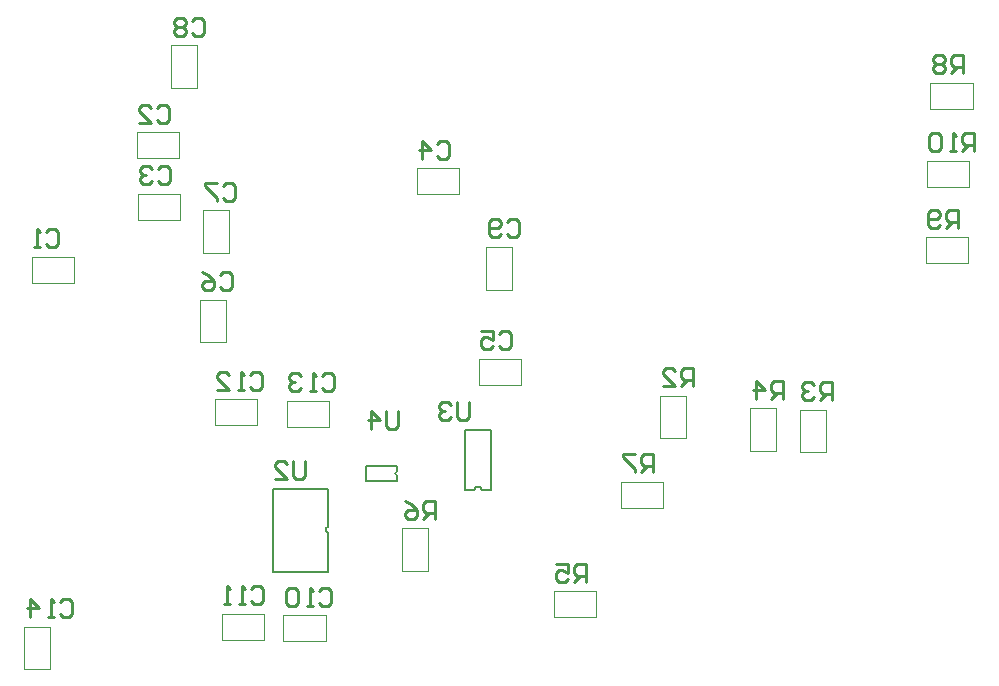
<source format=gbr>
%TF.GenerationSoftware,Altium Limited,Altium Designer,20.1.12 (249)*%
G04 Layer_Color=32896*
%FSLAX26Y26*%
%MOIN*%
%TF.SameCoordinates,7F4B2EE0-29BC-4F04-AEBD-3A4CCF5859FD*%
%TF.FilePolarity,Positive*%
%TF.FileFunction,Legend,Bot*%
%TF.Part,Single*%
G01*
G75*
%TA.AperFunction,NonConductor*%
%ADD38C,0.007874*%
%ADD39C,0.003937*%
%ADD40C,0.010000*%
D38*
X4473386Y3468012D02*
G03*
X4473386Y3455216I0J-6398D01*
G01*
X4245000Y3282716D02*
G03*
X4245000Y3264016I0J-9350D01*
G01*
X4756201Y3405000D02*
G03*
X4731201Y3405000I-12500J0D01*
G01*
X4371024Y3436417D02*
X4473386D01*
X4371024D02*
Y3486811D01*
X4473386D01*
Y3468012D02*
Y3486811D01*
Y3436417D02*
Y3455216D01*
X4060630Y3134016D02*
X4244370D01*
X4060630D02*
Y3408386D01*
X4245000D01*
Y3282716D02*
Y3408386D01*
X4244370Y3134016D02*
Y3264016D01*
X4700787Y3405000D02*
Y3605000D01*
X4786614D01*
Y3405000D02*
Y3605000D01*
X4756201Y3405000D02*
X4786614D01*
X4700787D02*
X4731201D01*
D39*
X5816693Y3673465D02*
X5903307D01*
Y3531732D02*
Y3673465D01*
X5816693Y3531732D02*
Y3673465D01*
Y3531732D02*
X5903307D01*
X5651693Y3536732D02*
X5738307D01*
X5651693D02*
Y3678465D01*
X5738307Y3536732D02*
Y3678465D01*
X5651693D02*
X5738307D01*
X3866732Y3621693D02*
Y3708307D01*
X4008465D01*
X3866732Y3621693D02*
X4008465D01*
Y3708307D01*
X3606535Y4511693D02*
Y4598307D01*
X3748268D01*
X3606535Y4511693D02*
X3748268D01*
Y4598307D01*
X4491693Y3136732D02*
X4578307D01*
X4491693D02*
Y3278465D01*
X4578307Y3136732D02*
Y3278465D01*
X4491693D02*
X4578307D01*
X4539134Y4391693D02*
Y4478307D01*
X4680866D01*
X4539134Y4391693D02*
X4680866D01*
Y4478307D01*
X5351693Y3720866D02*
X5438307D01*
Y3579134D02*
Y3720866D01*
X5351693Y3579134D02*
Y3720866D01*
Y3579134D02*
X5438307D01*
X3609134Y4306693D02*
Y4393307D01*
X3750866D01*
X3609134Y4306693D02*
X3750866D01*
Y4393307D01*
X6239134Y4416693D02*
Y4503307D01*
X6380866D01*
X6239134Y4416693D02*
X6380866D01*
Y4503307D01*
X4094134Y2901693D02*
Y2988307D01*
X4235866D01*
X4094134Y2901693D02*
X4235866D01*
Y2988307D01*
X3889134Y2906693D02*
Y2993307D01*
X4030866D01*
X3889134Y2906693D02*
X4030866D01*
Y2993307D01*
X4106535Y3616693D02*
Y3703307D01*
X4248268D01*
X4106535Y3616693D02*
X4248268D01*
Y3703307D01*
X3231693Y2809134D02*
X3318307D01*
X3231693D02*
Y2950866D01*
X3318307Y2809134D02*
Y2950866D01*
X3231693D02*
X3318307D01*
X3721693Y4888465D02*
X3808307D01*
Y4746732D02*
Y4888465D01*
X3721693Y4746732D02*
Y4888465D01*
Y4746732D02*
X3808307D01*
X6393465Y4676693D02*
Y4763307D01*
X6251732Y4676693D02*
X6393465D01*
X6251732Y4763307D02*
X6393465D01*
X6251732Y4676693D02*
Y4763307D01*
X3816693Y4040866D02*
X3903307D01*
Y3899134D02*
Y4040866D01*
X3816693Y3899134D02*
Y4040866D01*
Y3899134D02*
X3903307D01*
X4771693Y4215866D02*
X4858307D01*
Y4074134D02*
Y4215866D01*
X4771693Y4074134D02*
Y4215866D01*
Y4074134D02*
X4858307D01*
X5219134Y3346693D02*
Y3433307D01*
X5360866D01*
X5219134Y3346693D02*
X5360866D01*
Y3433307D01*
X6236535Y4161693D02*
Y4248307D01*
X6378268D01*
X6236535Y4161693D02*
X6378268D01*
Y4248307D01*
X3826693Y4196535D02*
X3913307D01*
X3826693D02*
Y4338268D01*
X3913307Y4196535D02*
Y4338268D01*
X3826693D02*
X3913307D01*
X4746535Y3756693D02*
Y3843307D01*
X4888268D01*
X4746535Y3756693D02*
X4888268D01*
Y3843307D01*
X4996535Y2981693D02*
Y3068307D01*
X5138268D01*
X4996535Y2981693D02*
X5138268D01*
Y3068307D01*
X3398268Y4096693D02*
Y4183307D01*
X3256535Y4096693D02*
X3398268D01*
X3256535Y4183307D02*
X3398268D01*
X3256535Y4096693D02*
Y4183307D01*
D40*
X4477000Y3670981D02*
Y3620997D01*
X4467003Y3611000D01*
X4447010D01*
X4437013Y3620997D01*
Y3670981D01*
X4387029Y3611000D02*
Y3670981D01*
X4417020Y3640990D01*
X4377033D01*
X4713000Y3698981D02*
Y3648997D01*
X4703003Y3639000D01*
X4683010D01*
X4673013Y3648997D01*
Y3698981D01*
X4653019Y3688984D02*
X4643023Y3698981D01*
X4623029D01*
X4613032Y3688984D01*
Y3678987D01*
X4623029Y3668990D01*
X4633026D01*
X4623029D01*
X4613032Y3658994D01*
Y3648997D01*
X4623029Y3639000D01*
X4643023D01*
X4653019Y3648997D01*
X4167000Y3501981D02*
Y3451997D01*
X4157003Y3442000D01*
X4137010D01*
X4127013Y3451997D01*
Y3501981D01*
X4067032Y3442000D02*
X4107019D01*
X4067032Y3481987D01*
Y3491984D01*
X4077029Y3501981D01*
X4097023D01*
X4107019Y3491984D01*
X6397402Y4535000D02*
Y4594981D01*
X6367411D01*
X6357414Y4584984D01*
Y4564990D01*
X6367411Y4554993D01*
X6397402D01*
X6377408D02*
X6357414Y4535000D01*
X6337421D02*
X6317427D01*
X6327424D01*
Y4594981D01*
X6337421Y4584984D01*
X6287437D02*
X6277440Y4594981D01*
X6257447D01*
X6247450Y4584984D01*
Y4544997D01*
X6257447Y4535000D01*
X6277440D01*
X6287437Y4544997D01*
Y4584984D01*
X6345000Y4280000D02*
Y4339981D01*
X6315010D01*
X6305013Y4329984D01*
Y4309990D01*
X6315010Y4299993D01*
X6345000D01*
X6325007D02*
X6305013Y4280000D01*
X6285019Y4289997D02*
X6275023Y4280000D01*
X6255029D01*
X6245032Y4289997D01*
Y4329984D01*
X6255029Y4339981D01*
X6275023D01*
X6285019Y4329984D01*
Y4319987D01*
X6275023Y4309990D01*
X6245032D01*
X6360000Y4795000D02*
Y4854981D01*
X6330010D01*
X6320013Y4844984D01*
Y4824990D01*
X6330010Y4814993D01*
X6360000D01*
X6340007D02*
X6320013Y4795000D01*
X6300019Y4844984D02*
X6290023Y4854981D01*
X6270029D01*
X6260032Y4844984D01*
Y4834987D01*
X6270029Y4824990D01*
X6260032Y4814993D01*
Y4804997D01*
X6270029Y4795000D01*
X6290023D01*
X6300019Y4804997D01*
Y4814993D01*
X6290023Y4824990D01*
X6300019Y4834987D01*
Y4844984D01*
X6290023Y4824990D02*
X6270029D01*
X5327599Y3465000D02*
Y3524981D01*
X5297608D01*
X5287612Y3514984D01*
Y3494990D01*
X5297608Y3484994D01*
X5327599D01*
X5307605D02*
X5287612Y3465000D01*
X5267618Y3524981D02*
X5227631D01*
Y3514984D01*
X5267618Y3474997D01*
Y3465000D01*
X4600000Y3310000D02*
Y3369981D01*
X4570010D01*
X4560013Y3359984D01*
Y3339990D01*
X4570010Y3329994D01*
X4600000D01*
X4580007D02*
X4560013Y3310000D01*
X4500032Y3369981D02*
X4520026Y3359984D01*
X4540019Y3339990D01*
Y3319997D01*
X4530023Y3310000D01*
X4510029D01*
X4500032Y3319997D01*
Y3329994D01*
X4510029Y3339990D01*
X4540019D01*
X5104803Y3100000D02*
Y3159981D01*
X5074813D01*
X5064816Y3149984D01*
Y3129990D01*
X5074813Y3119994D01*
X5104803D01*
X5084810D02*
X5064816Y3100000D01*
X5004836Y3159981D02*
X5044823D01*
Y3129990D01*
X5024829Y3139987D01*
X5014832D01*
X5004836Y3129990D01*
Y3109997D01*
X5014832Y3100000D01*
X5034826D01*
X5044823Y3109997D01*
X5760000Y3710599D02*
Y3770579D01*
X5730010D01*
X5720013Y3760582D01*
Y3740589D01*
X5730010Y3730592D01*
X5760000D01*
X5740007D02*
X5720013Y3710599D01*
X5670029D02*
Y3770579D01*
X5700019Y3740589D01*
X5660032D01*
X5925000Y3705000D02*
Y3764981D01*
X5895010D01*
X5885013Y3754984D01*
Y3734990D01*
X5895010Y3724994D01*
X5925000D01*
X5905007D02*
X5885013Y3705000D01*
X5865019Y3754984D02*
X5855023Y3764981D01*
X5835029D01*
X5825032Y3754984D01*
Y3744987D01*
X5835029Y3734990D01*
X5845026D01*
X5835029D01*
X5825032Y3724994D01*
Y3714997D01*
X5835029Y3705000D01*
X5855023D01*
X5865019Y3714997D01*
X5460000Y3753000D02*
Y3812981D01*
X5430010D01*
X5420013Y3802984D01*
Y3782990D01*
X5430010Y3772994D01*
X5460000D01*
X5440007D02*
X5420013Y3753000D01*
X5360032D02*
X5400019D01*
X5360032Y3792987D01*
Y3802984D01*
X5370029Y3812981D01*
X5390023D01*
X5400019Y3802984D01*
X3350013Y3032984D02*
X3360010Y3042981D01*
X3380003D01*
X3390000Y3032984D01*
Y2992997D01*
X3380003Y2983000D01*
X3360010D01*
X3350013Y2992997D01*
X3330019Y2983000D02*
X3310026D01*
X3320023D01*
Y3042981D01*
X3330019Y3032984D01*
X3250045Y2983000D02*
Y3042981D01*
X3280036Y3012990D01*
X3240048D01*
X4224414Y3784984D02*
X4234411Y3794981D01*
X4254405D01*
X4264402Y3784984D01*
Y3744997D01*
X4254405Y3735000D01*
X4234411D01*
X4224414Y3744997D01*
X4204421Y3735000D02*
X4184427D01*
X4194424D01*
Y3794981D01*
X4204421Y3784984D01*
X4154437D02*
X4144440Y3794981D01*
X4124447D01*
X4114450Y3784984D01*
Y3774987D01*
X4124447Y3764990D01*
X4134444D01*
X4124447D01*
X4114450Y3754994D01*
Y3744997D01*
X4124447Y3735000D01*
X4144440D01*
X4154437Y3744997D01*
X3985013Y3789984D02*
X3995010Y3799981D01*
X4015003D01*
X4025000Y3789984D01*
Y3749997D01*
X4015003Y3740000D01*
X3995010D01*
X3985013Y3749997D01*
X3965019Y3740000D02*
X3945026D01*
X3955023D01*
Y3799981D01*
X3965019Y3789984D01*
X3875049Y3740000D02*
X3915036D01*
X3875049Y3779987D01*
Y3789984D01*
X3885045Y3799981D01*
X3905039D01*
X3915036Y3789984D01*
X3987013Y3074984D02*
X3997010Y3084981D01*
X4017003D01*
X4027000Y3074984D01*
Y3034997D01*
X4017003Y3025000D01*
X3997010D01*
X3987013Y3034997D01*
X3967019Y3025000D02*
X3947026D01*
X3957023D01*
Y3084981D01*
X3967019Y3074984D01*
X3917036Y3025000D02*
X3897042D01*
X3907039D01*
Y3084981D01*
X3917036Y3074984D01*
X4212414Y3069984D02*
X4222411Y3079981D01*
X4242405D01*
X4252402Y3069984D01*
Y3029997D01*
X4242405Y3020000D01*
X4222411D01*
X4212414Y3029997D01*
X4192421Y3020000D02*
X4172427D01*
X4182424D01*
Y3079981D01*
X4192421Y3069984D01*
X4142437D02*
X4132440Y3079981D01*
X4112447D01*
X4102450Y3069984D01*
Y3029997D01*
X4112447Y3020000D01*
X4132440D01*
X4142437Y3029997D01*
Y3069984D01*
X4840013Y4297984D02*
X4850010Y4307981D01*
X4870003D01*
X4880000Y4297984D01*
Y4257997D01*
X4870003Y4248000D01*
X4850010D01*
X4840013Y4257997D01*
X4820019D02*
X4810023Y4248000D01*
X4790029D01*
X4780032Y4257997D01*
Y4297984D01*
X4790029Y4307981D01*
X4810023D01*
X4820019Y4297984D01*
Y4287987D01*
X4810023Y4277990D01*
X4780032D01*
X3790013Y4969984D02*
X3800010Y4979981D01*
X3820003D01*
X3830000Y4969984D01*
Y4929997D01*
X3820003Y4920000D01*
X3800010D01*
X3790013Y4929997D01*
X3770019Y4969984D02*
X3760023Y4979981D01*
X3740029D01*
X3730032Y4969984D01*
Y4959987D01*
X3740029Y4949990D01*
X3730032Y4939993D01*
Y4929997D01*
X3740029Y4920000D01*
X3760023D01*
X3770019Y4929997D01*
Y4939993D01*
X3760023Y4949990D01*
X3770019Y4959987D01*
Y4969984D01*
X3760023Y4949990D02*
X3740029D01*
X3895013Y4419984D02*
X3905010Y4429981D01*
X3925003D01*
X3935000Y4419984D01*
Y4379997D01*
X3925003Y4370000D01*
X3905010D01*
X3895013Y4379997D01*
X3875019Y4429981D02*
X3835032D01*
Y4419984D01*
X3875019Y4379997D01*
Y4370000D01*
X3885013Y4122984D02*
X3895010Y4132981D01*
X3915003D01*
X3925000Y4122984D01*
Y4082997D01*
X3915003Y4073000D01*
X3895010D01*
X3885013Y4082997D01*
X3825032Y4132981D02*
X3845026Y4122984D01*
X3865019Y4102990D01*
Y4082997D01*
X3855023Y4073000D01*
X3835029D01*
X3825032Y4082997D01*
Y4092994D01*
X3835029Y4102990D01*
X3865019D01*
X4814414Y3924984D02*
X4824411Y3934981D01*
X4844405D01*
X4854402Y3924984D01*
Y3884997D01*
X4844405Y3875000D01*
X4824411D01*
X4814414Y3884997D01*
X4754434Y3934981D02*
X4794421D01*
Y3904990D01*
X4774427Y3914987D01*
X4764431D01*
X4754434Y3904990D01*
Y3884997D01*
X4764431Y3875000D01*
X4784424D01*
X4794421Y3884997D01*
X4607013Y4559984D02*
X4617010Y4569981D01*
X4637003D01*
X4647000Y4559984D01*
Y4519997D01*
X4637003Y4510000D01*
X4617010D01*
X4607013Y4519997D01*
X4557029Y4510000D02*
Y4569981D01*
X4587019Y4539990D01*
X4547032D01*
X3677414Y4474984D02*
X3687411Y4484981D01*
X3707405D01*
X3717401Y4474984D01*
Y4434997D01*
X3707405Y4425000D01*
X3687411D01*
X3677414Y4434997D01*
X3657421Y4474984D02*
X3647424Y4484981D01*
X3627431D01*
X3617434Y4474984D01*
Y4464987D01*
X3627431Y4454990D01*
X3637427D01*
X3627431D01*
X3617434Y4444993D01*
Y4434997D01*
X3627431Y4425000D01*
X3647424D01*
X3657421Y4434997D01*
X3675013Y4680181D02*
X3685010Y4690177D01*
X3705003D01*
X3715000Y4680181D01*
Y4640194D01*
X3705003Y4630197D01*
X3685010D01*
X3675013Y4640194D01*
X3615032Y4630197D02*
X3655019D01*
X3615032Y4670184D01*
Y4680181D01*
X3625029Y4690177D01*
X3645023D01*
X3655019Y4680181D01*
X3304414Y4264984D02*
X3314411Y4274981D01*
X3334405D01*
X3344401Y4264984D01*
Y4224997D01*
X3334405Y4215000D01*
X3314411D01*
X3304414Y4224997D01*
X3284421Y4215000D02*
X3264427D01*
X3274424D01*
Y4274981D01*
X3284421Y4264984D01*
%TF.MD5,72f959b52fcfc348d7697881b2f22a83*%
M02*

</source>
